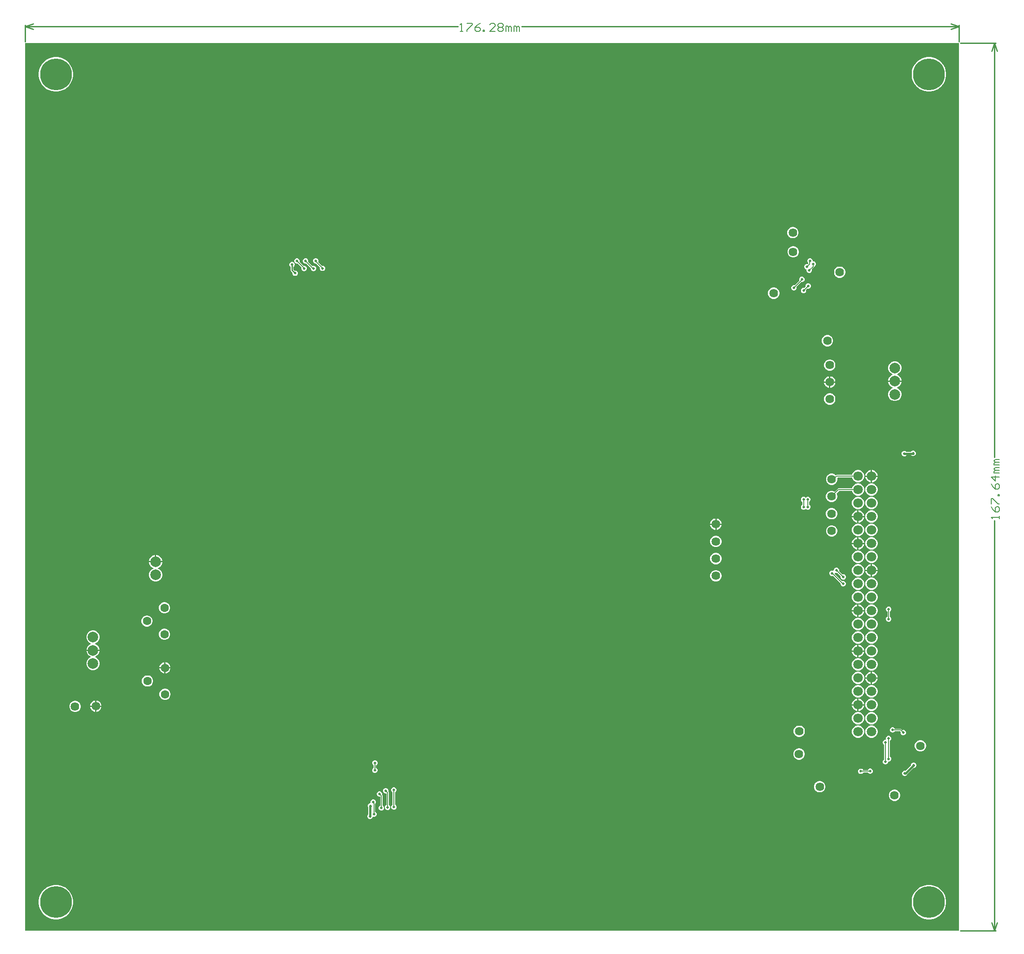
<source format=gbl>
G04*
G04 #@! TF.GenerationSoftware,Altium Limited,Altium Designer,23.2.1 (34)*
G04*
G04 Layer_Physical_Order=2*
G04 Layer_Color=16711680*
%FSLAX25Y25*%
%MOIN*%
G70*
G04*
G04 #@! TF.SameCoordinates,342CFCC0-3008-4232-B3F0-62073F027D76*
G04*
G04*
G04 #@! TF.FilePolarity,Positive*
G04*
G01*
G75*
%ADD12C,0.01000*%
%ADD15C,0.00600*%
%ADD78C,0.01500*%
%ADD80C,0.00700*%
%ADD85C,0.23622*%
%ADD86C,0.06400*%
%ADD87C,0.07087*%
%ADD88C,0.07874*%
%ADD89C,0.06299*%
%ADD90C,0.01968*%
G36*
X750000D02*
X56000D01*
Y660000D01*
X750000D01*
Y0D01*
D02*
G37*
%LPC*%
G36*
X728708Y649511D02*
X726692D01*
X724700Y649196D01*
X722782Y648572D01*
X720986Y647657D01*
X719354Y646472D01*
X717928Y645046D01*
X716743Y643414D01*
X715828Y641618D01*
X715204Y639700D01*
X714889Y637708D01*
Y635692D01*
X715204Y633700D01*
X715828Y631782D01*
X716743Y629986D01*
X717928Y628354D01*
X719354Y626928D01*
X720986Y625743D01*
X722782Y624828D01*
X724700Y624204D01*
X726692Y623889D01*
X728708D01*
X730700Y624204D01*
X732618Y624828D01*
X734414Y625743D01*
X736046Y626928D01*
X737472Y628354D01*
X738657Y629986D01*
X739572Y631782D01*
X740196Y633700D01*
X740511Y635692D01*
Y637708D01*
X740196Y639700D01*
X739572Y641618D01*
X738657Y643414D01*
X737472Y645046D01*
X736046Y646472D01*
X734414Y647657D01*
X732618Y648572D01*
X730700Y649196D01*
X728708Y649511D01*
D02*
G37*
G36*
X79908D02*
X77892D01*
X75900Y649196D01*
X73982Y648572D01*
X72186Y647657D01*
X70554Y646472D01*
X69128Y645046D01*
X67943Y643414D01*
X67028Y641618D01*
X66404Y639700D01*
X66089Y637708D01*
Y635692D01*
X66404Y633700D01*
X67028Y631782D01*
X67943Y629986D01*
X69128Y628354D01*
X70554Y626928D01*
X72186Y625743D01*
X73982Y624828D01*
X75900Y624204D01*
X77892Y623889D01*
X79908D01*
X81900Y624204D01*
X83818Y624828D01*
X85614Y625743D01*
X87246Y626928D01*
X88672Y628354D01*
X89857Y629986D01*
X90772Y631782D01*
X91396Y633700D01*
X91711Y635692D01*
Y637708D01*
X91396Y639700D01*
X90772Y641618D01*
X89857Y643414D01*
X88672Y645046D01*
X87246Y646472D01*
X85614Y647657D01*
X83818Y648572D01*
X81900Y649196D01*
X79908Y649511D01*
D02*
G37*
G36*
X627128Y523196D02*
X626022D01*
X624954Y522910D01*
X623996Y522357D01*
X623214Y521575D01*
X622661Y520617D01*
X622375Y519549D01*
Y518443D01*
X622661Y517375D01*
X623214Y516417D01*
X623996Y515635D01*
X624954Y515082D01*
X626022Y514796D01*
X627128D01*
X628196Y515082D01*
X629154Y515635D01*
X629936Y516417D01*
X630489Y517375D01*
X630775Y518443D01*
Y519549D01*
X630489Y520617D01*
X629936Y521575D01*
X629154Y522357D01*
X628196Y522910D01*
X627128Y523196D01*
D02*
G37*
G36*
X627423Y508924D02*
X626317D01*
X625249Y508638D01*
X624291Y508085D01*
X623509Y507303D01*
X622956Y506346D01*
X622670Y505277D01*
Y504172D01*
X622956Y503103D01*
X623509Y502146D01*
X624291Y501364D01*
X625249Y500811D01*
X626317Y500524D01*
X627423D01*
X628491Y500811D01*
X629449Y501364D01*
X630231Y502146D01*
X630784Y503103D01*
X631070Y504172D01*
Y505277D01*
X630784Y506346D01*
X630231Y507303D01*
X629449Y508085D01*
X628491Y508638D01*
X627423Y508924D01*
D02*
G37*
G36*
X639666Y499917D02*
X638877D01*
X638148Y499615D01*
X637590Y499057D01*
X637287Y498328D01*
Y497538D01*
X637590Y496809D01*
X638148Y496251D01*
X637965Y495785D01*
X637633Y495454D01*
X637376Y495560D01*
X636587D01*
X635857Y495258D01*
X635299Y494700D01*
X634997Y493970D01*
Y493181D01*
X635299Y492452D01*
X635857Y491894D01*
X636587Y491592D01*
X636627D01*
X636795Y491340D01*
Y490550D01*
X637097Y489821D01*
X637655Y489263D01*
X638385Y488961D01*
X639174D01*
X639903Y489263D01*
X640462Y489821D01*
X640764Y490550D01*
Y491340D01*
X640657Y491597D01*
X642207Y493147D01*
X642395Y493428D01*
X642447Y493686D01*
X642961Y493899D01*
X643519Y494458D01*
X643822Y495187D01*
Y495976D01*
X643519Y496705D01*
X642961Y497264D01*
X642232Y497566D01*
X641443D01*
X641256Y498028D01*
Y498328D01*
X640954Y499057D01*
X640396Y499615D01*
X639666Y499917D01*
D02*
G37*
G36*
X272395Y499984D02*
X271605D01*
X270876Y499682D01*
X270318Y499124D01*
X270016Y498395D01*
Y497605D01*
X270318Y496876D01*
X270876Y496318D01*
X271605Y496016D01*
X272395D01*
X272455Y496041D01*
X275204Y493292D01*
X275016Y492838D01*
Y492048D01*
X275318Y491319D01*
X275876Y490761D01*
X276605Y490459D01*
X277395D01*
X278124Y490761D01*
X278682Y491319D01*
X278984Y492048D01*
Y492838D01*
X278682Y493567D01*
X278124Y494125D01*
X277395Y494427D01*
X276605D01*
X276545Y494402D01*
X273796Y497151D01*
X273984Y497605D01*
Y498395D01*
X273682Y499124D01*
X273124Y499682D01*
X272395Y499984D01*
D02*
G37*
G36*
X258466Y499896D02*
X257676D01*
X256947Y499594D01*
X256389Y499035D01*
X256087Y498306D01*
Y497517D01*
X256389Y496787D01*
X256947Y496229D01*
X257676Y495927D01*
X258466D01*
X258661Y496008D01*
X261534Y493135D01*
X261402Y492816D01*
Y492027D01*
X261704Y491297D01*
X262262Y490739D01*
X262991Y490437D01*
X263780D01*
X264510Y490739D01*
X265068Y491297D01*
X265370Y492027D01*
Y492816D01*
X265068Y493545D01*
X264510Y494103D01*
X263780Y494406D01*
X262991D01*
X262796Y494325D01*
X259923Y497197D01*
X260055Y497517D01*
Y498306D01*
X259753Y499035D01*
X259195Y499594D01*
X258466Y499896D01*
D02*
G37*
G36*
X264895D02*
X264105D01*
X263376Y499594D01*
X262818Y499035D01*
X262516Y498306D01*
Y497517D01*
X262818Y496787D01*
X263376Y496229D01*
X264105Y495927D01*
X264895D01*
X265084Y496005D01*
X268416Y492673D01*
Y492005D01*
X268718Y491276D01*
X269276Y490718D01*
X270005Y490416D01*
X270795D01*
X271524Y490718D01*
X272082Y491276D01*
X272384Y492005D01*
Y492795D01*
X272082Y493524D01*
X271524Y494082D01*
X270795Y494384D01*
X270005D01*
X269405Y494136D01*
X266349Y497191D01*
X266484Y497517D01*
Y498306D01*
X266182Y499035D01*
X265624Y499594D01*
X264895Y499896D01*
D02*
G37*
G36*
X254824Y497161D02*
X254034D01*
X253305Y496859D01*
X252747Y496301D01*
X252445Y495572D01*
Y494782D01*
X252747Y494053D01*
X253305Y493495D01*
X253410Y493452D01*
X253410Y491043D01*
X253487Y490653D01*
X253598Y490487D01*
X253708Y490322D01*
X253708Y490322D01*
X254752Y489279D01*
X254709Y489174D01*
Y488385D01*
X255011Y487655D01*
X255569Y487097D01*
X256298Y486795D01*
X257088D01*
X257817Y487097D01*
X258375Y487655D01*
X258677Y488385D01*
Y489174D01*
X258375Y489903D01*
X257817Y490462D01*
X257088Y490764D01*
X256298D01*
X256194Y490721D01*
X255449Y491466D01*
X255449Y493452D01*
X255553Y493495D01*
X256111Y494053D01*
X256413Y494782D01*
Y495572D01*
X256111Y496301D01*
X255553Y496859D01*
X254824Y497161D01*
D02*
G37*
G36*
X661970Y493767D02*
X660864D01*
X659796Y493481D01*
X658839Y492928D01*
X658056Y492146D01*
X657504Y491188D01*
X657217Y490120D01*
Y489014D01*
X657504Y487946D01*
X658056Y486988D01*
X658839Y486206D01*
X659796Y485653D01*
X660864Y485367D01*
X661970D01*
X663038Y485653D01*
X663996Y486206D01*
X664778Y486988D01*
X665331Y487946D01*
X665617Y489014D01*
Y490120D01*
X665331Y491188D01*
X664778Y492146D01*
X663996Y492928D01*
X663038Y493481D01*
X661970Y493767D01*
D02*
G37*
G36*
X633662Y486138D02*
X632873D01*
X632144Y485836D01*
X631586Y485278D01*
X631284Y484548D01*
Y483759D01*
X631433Y483397D01*
X627910Y479874D01*
X627757Y479937D01*
X626967D01*
X626238Y479635D01*
X625680Y479077D01*
X625378Y478347D01*
Y477558D01*
X625680Y476829D01*
X626238Y476271D01*
X626967Y475969D01*
X627757D01*
X628486Y476271D01*
X629044Y476829D01*
X629347Y477558D01*
Y478347D01*
X629197Y478709D01*
X632720Y482233D01*
X632873Y482169D01*
X633662D01*
X634392Y482471D01*
X634950Y483030D01*
X635252Y483759D01*
Y484548D01*
X634950Y485278D01*
X634392Y485836D01*
X633662Y486138D01*
D02*
G37*
G36*
X638316Y481340D02*
X637527D01*
X636798Y481038D01*
X636239Y480480D01*
X635937Y479750D01*
Y478961D01*
X636058Y478670D01*
X635166Y477777D01*
X634942Y477870D01*
X634153D01*
X633423Y477568D01*
X632865Y477010D01*
X632563Y476280D01*
Y475491D01*
X632865Y474762D01*
X633423Y474204D01*
X634153Y473902D01*
X634942D01*
X635671Y474204D01*
X636229Y474762D01*
X636531Y475491D01*
Y476280D01*
X636411Y476572D01*
X637303Y477464D01*
X637527Y477372D01*
X638316D01*
X639046Y477674D01*
X639604Y478232D01*
X639906Y478961D01*
Y479750D01*
X639604Y480480D01*
X639046Y481038D01*
X638316Y481340D01*
D02*
G37*
G36*
X612955Y478117D02*
X611849D01*
X610780Y477831D01*
X609823Y477278D01*
X609041Y476496D01*
X608488Y475538D01*
X608202Y474470D01*
Y473364D01*
X608488Y472296D01*
X609041Y471339D01*
X609823Y470556D01*
X610780Y470004D01*
X611849Y469717D01*
X612955D01*
X614023Y470004D01*
X614980Y470556D01*
X615762Y471339D01*
X616315Y472296D01*
X616602Y473364D01*
Y474470D01*
X616315Y475538D01*
X615762Y476496D01*
X614980Y477278D01*
X614023Y477831D01*
X612955Y478117D01*
D02*
G37*
G36*
X652817Y442783D02*
X651711D01*
X650643Y442496D01*
X649685Y441944D01*
X648903Y441161D01*
X648350Y440204D01*
X648064Y439136D01*
Y438030D01*
X648350Y436962D01*
X648903Y436004D01*
X649685Y435222D01*
X650643Y434669D01*
X651711Y434383D01*
X652817D01*
X653885Y434669D01*
X654843Y435222D01*
X655625Y436004D01*
X656178Y436962D01*
X656464Y438030D01*
Y439136D01*
X656178Y440204D01*
X655625Y441161D01*
X654843Y441944D01*
X653885Y442496D01*
X652817Y442783D01*
D02*
G37*
G36*
X654553Y424700D02*
X653447D01*
X652379Y424414D01*
X651421Y423861D01*
X650639Y423079D01*
X650086Y422121D01*
X649800Y421053D01*
Y419947D01*
X650086Y418879D01*
X650639Y417921D01*
X651421Y417139D01*
X652379Y416586D01*
X653447Y416300D01*
X654553D01*
X655621Y416586D01*
X656579Y417139D01*
X657361Y417921D01*
X657914Y418879D01*
X658200Y419947D01*
Y421053D01*
X657914Y422121D01*
X657361Y423079D01*
X656579Y423861D01*
X655621Y424414D01*
X654553Y424700D01*
D02*
G37*
G36*
X703012Y423343D02*
X701712D01*
X700457Y423006D01*
X699331Y422356D01*
X698412Y421437D01*
X697762Y420311D01*
X697425Y419056D01*
Y417756D01*
X697762Y416500D01*
X698412Y415374D01*
X699331Y414455D01*
X700457Y413805D01*
X700720Y413734D01*
Y413234D01*
X700457Y413164D01*
X699331Y412514D01*
X698412Y411594D01*
X697762Y410469D01*
X697425Y409213D01*
Y409063D01*
X702362D01*
X707299D01*
Y409213D01*
X706963Y410469D01*
X706313Y411594D01*
X705394Y412514D01*
X704268Y413164D01*
X704004Y413234D01*
Y413734D01*
X704268Y413805D01*
X705394Y414455D01*
X706313Y415374D01*
X706963Y416500D01*
X707299Y417756D01*
Y419056D01*
X706963Y420311D01*
X706313Y421437D01*
X705394Y422356D01*
X704268Y423006D01*
X703012Y423343D01*
D02*
G37*
G36*
X654553Y412100D02*
X654500D01*
Y408400D01*
X658200D01*
Y408453D01*
X657914Y409521D01*
X657361Y410479D01*
X656579Y411261D01*
X655621Y411814D01*
X654553Y412100D01*
D02*
G37*
G36*
X653500D02*
X653447D01*
X652379Y411814D01*
X651421Y411261D01*
X650639Y410479D01*
X650086Y409521D01*
X649800Y408453D01*
Y408400D01*
X653500D01*
Y412100D01*
D02*
G37*
G36*
X658200Y407400D02*
X654500D01*
Y403700D01*
X654553D01*
X655621Y403986D01*
X656579Y404539D01*
X657361Y405321D01*
X657914Y406279D01*
X658200Y407347D01*
Y407400D01*
D02*
G37*
G36*
X653500D02*
X649800D01*
Y407347D01*
X650086Y406279D01*
X650639Y405321D01*
X651421Y404539D01*
X652379Y403986D01*
X653447Y403700D01*
X653500D01*
Y407400D01*
D02*
G37*
G36*
X707299Y408063D02*
X702362D01*
X697425D01*
Y407913D01*
X697762Y406657D01*
X698412Y405532D01*
X699331Y404612D01*
X700457Y403962D01*
X700720Y403892D01*
Y403392D01*
X700457Y403321D01*
X699331Y402671D01*
X698412Y401752D01*
X697762Y400626D01*
X697425Y399370D01*
Y398071D01*
X697762Y396815D01*
X698412Y395689D01*
X699331Y394770D01*
X700457Y394120D01*
X701712Y393783D01*
X703012D01*
X704268Y394120D01*
X705394Y394770D01*
X706313Y395689D01*
X706963Y396815D01*
X707299Y398071D01*
Y399370D01*
X706963Y400626D01*
X706313Y401752D01*
X705394Y402671D01*
X704268Y403321D01*
X704004Y403392D01*
Y403892D01*
X704268Y403962D01*
X705394Y404612D01*
X706313Y405532D01*
X706963Y406657D01*
X707299Y407913D01*
Y408063D01*
D02*
G37*
G36*
X654553Y399500D02*
X653447D01*
X652379Y399214D01*
X651421Y398661D01*
X650639Y397879D01*
X650086Y396921D01*
X649800Y395853D01*
Y394747D01*
X650086Y393679D01*
X650639Y392721D01*
X651421Y391939D01*
X652379Y391386D01*
X653447Y391100D01*
X654553D01*
X655621Y391386D01*
X656579Y391939D01*
X657361Y392721D01*
X657914Y393679D01*
X658200Y394747D01*
Y395853D01*
X657914Y396921D01*
X657361Y397879D01*
X656579Y398661D01*
X655621Y399214D01*
X654553Y399500D01*
D02*
G37*
G36*
X716340Y356784D02*
X715550D01*
X714821Y356482D01*
X714363Y356025D01*
X710982D01*
X710624Y356382D01*
X709895Y356684D01*
X709105D01*
X708376Y356382D01*
X707818Y355824D01*
X707516Y355095D01*
Y354305D01*
X707818Y353576D01*
X708376Y353018D01*
X709105Y352716D01*
X709895D01*
X710624Y353018D01*
X711082Y353475D01*
X714463D01*
X714821Y353118D01*
X715550Y352816D01*
X716340D01*
X717069Y353118D01*
X717627Y353676D01*
X717929Y354405D01*
Y355195D01*
X717627Y355924D01*
X717069Y356482D01*
X716340Y356784D01*
D02*
G37*
G36*
X675637Y342476D02*
X674441D01*
X673286Y342167D01*
X672250Y341569D01*
X671404Y340723D01*
X670806Y339687D01*
X670568Y338800D01*
X659188D01*
X658856Y338734D01*
X658575Y338546D01*
X658539Y338510D01*
X658075Y338975D01*
X657117Y339528D01*
X656049Y339814D01*
X654943D01*
X653875Y339528D01*
X652917Y338975D01*
X652135Y338193D01*
X651582Y337235D01*
X651296Y336167D01*
Y335061D01*
X651582Y333993D01*
X652135Y333035D01*
X652917Y332253D01*
X653875Y331700D01*
X654943Y331414D01*
X656049D01*
X657117Y331700D01*
X658075Y332253D01*
X658857Y333035D01*
X659410Y333993D01*
X659696Y335061D01*
Y336167D01*
X659589Y336566D01*
X659973Y337066D01*
X670568D01*
X670806Y336179D01*
X671404Y335143D01*
X672250Y334297D01*
X673286Y333699D01*
X674441Y333390D01*
X675637D01*
X676793Y333699D01*
X677829Y334297D01*
X678675Y335143D01*
X679273Y336179D01*
X679583Y337335D01*
Y338531D01*
X679273Y339687D01*
X678675Y340723D01*
X677829Y341569D01*
X676793Y342167D01*
X675637Y342476D01*
D02*
G37*
G36*
X685638D02*
X685539D01*
Y338433D01*
X689583D01*
Y338531D01*
X689273Y339687D01*
X688675Y340723D01*
X687829Y341569D01*
X686793Y342167D01*
X685638Y342476D01*
D02*
G37*
G36*
X684539D02*
X684441D01*
X683286Y342167D01*
X682250Y341569D01*
X681404Y340723D01*
X680806Y339687D01*
X680496Y338531D01*
Y338433D01*
X684539D01*
Y342476D01*
D02*
G37*
G36*
X689583Y337433D02*
X685539D01*
Y333390D01*
X685638D01*
X686793Y333699D01*
X687829Y334297D01*
X688675Y335143D01*
X689273Y336179D01*
X689583Y337335D01*
Y337433D01*
D02*
G37*
G36*
X684539D02*
X680496D01*
Y337335D01*
X680806Y336179D01*
X681404Y335143D01*
X682250Y334297D01*
X683286Y333699D01*
X684441Y333390D01*
X684539D01*
Y337433D01*
D02*
G37*
G36*
X685638Y332476D02*
X684441D01*
X683286Y332167D01*
X682250Y331569D01*
X681404Y330723D01*
X680806Y329687D01*
X680496Y328531D01*
Y327335D01*
X680806Y326179D01*
X681404Y325143D01*
X682250Y324297D01*
X683286Y323699D01*
X684441Y323390D01*
X685638D01*
X686793Y323699D01*
X687829Y324297D01*
X688675Y325143D01*
X689273Y326179D01*
X689583Y327335D01*
Y328531D01*
X689273Y329687D01*
X688675Y330723D01*
X687829Y331569D01*
X686793Y332167D01*
X685638Y332476D01*
D02*
G37*
G36*
X675637D02*
X674441D01*
X673286Y332167D01*
X672250Y331569D01*
X671404Y330723D01*
X670806Y329687D01*
X670568Y328800D01*
X660521D01*
X660189Y328734D01*
X659908Y328546D01*
X657694Y326331D01*
X657017Y326722D01*
X655949Y327008D01*
X654843D01*
X653775Y326722D01*
X652817Y326169D01*
X652035Y325387D01*
X651482Y324429D01*
X651196Y323361D01*
Y322255D01*
X651482Y321187D01*
X652035Y320229D01*
X652817Y319447D01*
X653775Y318895D01*
X654843Y318608D01*
X655949D01*
X657017Y318895D01*
X657975Y319447D01*
X658757Y320229D01*
X659310Y321187D01*
X659596Y322255D01*
Y323361D01*
X659310Y324429D01*
X658919Y325106D01*
X660880Y327066D01*
X670568D01*
X670806Y326179D01*
X671404Y325143D01*
X672250Y324297D01*
X673286Y323699D01*
X674441Y323390D01*
X675637D01*
X676793Y323699D01*
X677829Y324297D01*
X678675Y325143D01*
X679273Y326179D01*
X679583Y327335D01*
Y328531D01*
X679273Y329687D01*
X678675Y330723D01*
X677829Y331569D01*
X676793Y332167D01*
X675637Y332476D01*
D02*
G37*
G36*
X638092Y322555D02*
X637302D01*
X636573Y322253D01*
X636073Y321753D01*
X635671Y322155D01*
X634942Y322457D01*
X634153D01*
X633423Y322155D01*
X632865Y321596D01*
X632563Y320867D01*
Y320078D01*
X632865Y319349D01*
X633423Y318790D01*
X633681Y318684D01*
Y316651D01*
X633423Y316544D01*
X632865Y315986D01*
X632563Y315257D01*
Y314468D01*
X632865Y313738D01*
X633423Y313180D01*
X634153Y312878D01*
X634942D01*
X635671Y313180D01*
X635927Y313436D01*
X636607Y313442D01*
X636671Y313377D01*
X637401Y313075D01*
X638190D01*
X638919Y313377D01*
X639477Y313935D01*
X639780Y314664D01*
Y315454D01*
X639477Y316183D01*
X638919Y316741D01*
X638613Y316868D01*
Y318802D01*
X638821Y318889D01*
X639379Y319447D01*
X639681Y320176D01*
Y320966D01*
X639379Y321695D01*
X638821Y322253D01*
X638092Y322555D01*
D02*
G37*
G36*
X685638Y322476D02*
X684441D01*
X683286Y322167D01*
X682250Y321569D01*
X681404Y320723D01*
X680806Y319687D01*
X680496Y318531D01*
Y317335D01*
X680806Y316179D01*
X681404Y315143D01*
X682250Y314298D01*
X683286Y313699D01*
X684441Y313390D01*
X685638D01*
X686793Y313699D01*
X687829Y314298D01*
X688675Y315143D01*
X689273Y316179D01*
X689583Y317335D01*
Y318531D01*
X689273Y319687D01*
X688675Y320723D01*
X687829Y321569D01*
X686793Y322167D01*
X685638Y322476D01*
D02*
G37*
G36*
X675637D02*
X674441D01*
X673286Y322167D01*
X672250Y321569D01*
X671404Y320723D01*
X670806Y319687D01*
X670496Y318531D01*
Y317335D01*
X670806Y316179D01*
X671404Y315143D01*
X672250Y314298D01*
X673286Y313699D01*
X674441Y313390D01*
X675637D01*
X676793Y313699D01*
X677829Y314298D01*
X678675Y315143D01*
X679273Y316179D01*
X679583Y317335D01*
Y318531D01*
X679273Y319687D01*
X678675Y320723D01*
X677829Y321569D01*
X676793Y322167D01*
X675637Y322476D01*
D02*
G37*
G36*
Y312476D02*
X675539D01*
Y308433D01*
X679583D01*
Y308531D01*
X679273Y309687D01*
X678675Y310723D01*
X677829Y311569D01*
X676793Y312167D01*
X675637Y312476D01*
D02*
G37*
G36*
X674539D02*
X674441D01*
X673286Y312167D01*
X672250Y311569D01*
X671404Y310723D01*
X670806Y309687D01*
X670496Y308531D01*
Y308433D01*
X674539D01*
Y312476D01*
D02*
G37*
G36*
X655949Y314202D02*
X654843D01*
X653775Y313916D01*
X652817Y313363D01*
X652035Y312581D01*
X651482Y311624D01*
X651196Y310555D01*
Y309450D01*
X651482Y308381D01*
X652035Y307424D01*
X652817Y306642D01*
X653775Y306089D01*
X654843Y305802D01*
X655949D01*
X657017Y306089D01*
X657975Y306642D01*
X658757Y307424D01*
X659310Y308381D01*
X659596Y309450D01*
Y310555D01*
X659310Y311624D01*
X658757Y312581D01*
X657975Y313363D01*
X657017Y313916D01*
X655949Y314202D01*
D02*
G37*
G36*
X685638Y312476D02*
X684441D01*
X683286Y312167D01*
X682250Y311569D01*
X681404Y310723D01*
X680806Y309687D01*
X680496Y308531D01*
Y307335D01*
X680806Y306179D01*
X681404Y305143D01*
X682250Y304297D01*
X683286Y303699D01*
X684441Y303390D01*
X685638D01*
X686793Y303699D01*
X687829Y304297D01*
X688675Y305143D01*
X689273Y306179D01*
X689583Y307335D01*
Y308531D01*
X689273Y309687D01*
X688675Y310723D01*
X687829Y311569D01*
X686793Y312167D01*
X685638Y312476D01*
D02*
G37*
G36*
X679583Y307433D02*
X675539D01*
Y303390D01*
X675637D01*
X676793Y303699D01*
X677829Y304297D01*
X678675Y305143D01*
X679273Y306179D01*
X679583Y307335D01*
Y307433D01*
D02*
G37*
G36*
X674539D02*
X670496D01*
Y307335D01*
X670806Y306179D01*
X671404Y305143D01*
X672250Y304297D01*
X673286Y303699D01*
X674441Y303390D01*
X674539D01*
Y307433D01*
D02*
G37*
G36*
X569953Y306400D02*
X569900D01*
Y302700D01*
X573600D01*
Y302753D01*
X573314Y303821D01*
X572761Y304779D01*
X571979Y305561D01*
X571021Y306114D01*
X569953Y306400D01*
D02*
G37*
G36*
X568900D02*
X568847D01*
X567779Y306114D01*
X566821Y305561D01*
X566039Y304779D01*
X565486Y303821D01*
X565200Y302753D01*
Y302700D01*
X568900D01*
Y306400D01*
D02*
G37*
G36*
X573600Y301700D02*
X569900D01*
Y298000D01*
X569953D01*
X571021Y298286D01*
X571979Y298839D01*
X572761Y299621D01*
X573314Y300579D01*
X573600Y301647D01*
Y301700D01*
D02*
G37*
G36*
X568900D02*
X565200D01*
Y301647D01*
X565486Y300579D01*
X566039Y299621D01*
X566821Y298839D01*
X567779Y298286D01*
X568847Y298000D01*
X568900D01*
Y301700D01*
D02*
G37*
G36*
X685638Y302476D02*
X684441D01*
X683286Y302167D01*
X682250Y301569D01*
X681404Y300723D01*
X680806Y299687D01*
X680496Y298531D01*
Y297335D01*
X680806Y296179D01*
X681404Y295143D01*
X682250Y294298D01*
X683286Y293699D01*
X684441Y293390D01*
X685638D01*
X686793Y293699D01*
X687829Y294298D01*
X688675Y295143D01*
X689273Y296179D01*
X689583Y297335D01*
Y298531D01*
X689273Y299687D01*
X688675Y300723D01*
X687829Y301569D01*
X686793Y302167D01*
X685638Y302476D01*
D02*
G37*
G36*
X675637D02*
X674441D01*
X673286Y302167D01*
X672250Y301569D01*
X671404Y300723D01*
X670806Y299687D01*
X670496Y298531D01*
Y297335D01*
X670806Y296179D01*
X671404Y295143D01*
X672250Y294298D01*
X673286Y293699D01*
X674441Y293390D01*
X675637D01*
X676793Y293699D01*
X677829Y294298D01*
X678675Y295143D01*
X679273Y296179D01*
X679583Y297335D01*
Y298531D01*
X679273Y299687D01*
X678675Y300723D01*
X677829Y301569D01*
X676793Y302167D01*
X675637Y302476D01*
D02*
G37*
G36*
X656045Y301397D02*
X654940D01*
X653871Y301110D01*
X652914Y300557D01*
X652132Y299776D01*
X651579Y298818D01*
X651293Y297749D01*
Y296644D01*
X651579Y295575D01*
X652132Y294618D01*
X652914Y293836D01*
X653871Y293283D01*
X654940Y292997D01*
X656045D01*
X657114Y293283D01*
X658071Y293836D01*
X658853Y294618D01*
X659406Y295575D01*
X659692Y296644D01*
Y297749D01*
X659406Y298818D01*
X658853Y299776D01*
X658071Y300557D01*
X657114Y301110D01*
X656045Y301397D01*
D02*
G37*
G36*
X675637Y292476D02*
X675539D01*
Y288433D01*
X679583D01*
Y288531D01*
X679273Y289687D01*
X678675Y290723D01*
X677829Y291569D01*
X676793Y292167D01*
X675637Y292476D01*
D02*
G37*
G36*
X674539D02*
X674441D01*
X673286Y292167D01*
X672250Y291569D01*
X671404Y290723D01*
X670806Y289687D01*
X670496Y288531D01*
Y288433D01*
X674539D01*
Y292476D01*
D02*
G37*
G36*
X569953Y293594D02*
X568847D01*
X567779Y293308D01*
X566821Y292755D01*
X566039Y291973D01*
X565486Y291015D01*
X565200Y289947D01*
Y288841D01*
X565486Y287773D01*
X566039Y286815D01*
X566821Y286033D01*
X567779Y285480D01*
X568847Y285194D01*
X569953D01*
X571021Y285480D01*
X571979Y286033D01*
X572761Y286815D01*
X573314Y287773D01*
X573600Y288841D01*
Y289947D01*
X573314Y291015D01*
X572761Y291973D01*
X571979Y292755D01*
X571021Y293308D01*
X569953Y293594D01*
D02*
G37*
G36*
X685638Y292476D02*
X684441D01*
X683286Y292167D01*
X682250Y291569D01*
X681404Y290723D01*
X680806Y289687D01*
X680496Y288531D01*
Y287335D01*
X680806Y286179D01*
X681404Y285143D01*
X682250Y284297D01*
X683286Y283699D01*
X684441Y283390D01*
X685638D01*
X686793Y283699D01*
X687829Y284297D01*
X688675Y285143D01*
X689273Y286179D01*
X689583Y287335D01*
Y288531D01*
X689273Y289687D01*
X688675Y290723D01*
X687829Y291569D01*
X686793Y292167D01*
X685638Y292476D01*
D02*
G37*
G36*
X679583Y287433D02*
X675539D01*
Y283390D01*
X675637D01*
X676793Y283699D01*
X677829Y284297D01*
X678675Y285143D01*
X679273Y286179D01*
X679583Y287335D01*
Y287433D01*
D02*
G37*
G36*
X674539D02*
X670496D01*
Y287335D01*
X670806Y286179D01*
X671404Y285143D01*
X672250Y284297D01*
X673286Y283699D01*
X674441Y283390D01*
X674539D01*
Y287433D01*
D02*
G37*
G36*
X153650Y279279D02*
X153500D01*
Y274843D01*
X157937D01*
Y274992D01*
X157601Y276248D01*
X156951Y277374D01*
X156031Y278293D01*
X154906Y278943D01*
X153650Y279279D01*
D02*
G37*
G36*
X152500D02*
X152350D01*
X151094Y278943D01*
X149969Y278293D01*
X149049Y277374D01*
X148399Y276248D01*
X148063Y274992D01*
Y274843D01*
X152500D01*
Y279279D01*
D02*
G37*
G36*
X685638Y282476D02*
X684441D01*
X683286Y282167D01*
X682250Y281569D01*
X681404Y280723D01*
X680806Y279687D01*
X680496Y278531D01*
Y277335D01*
X680806Y276179D01*
X681404Y275143D01*
X682250Y274297D01*
X683286Y273699D01*
X684441Y273390D01*
X685638D01*
X686793Y273699D01*
X687829Y274297D01*
X688675Y275143D01*
X689273Y276179D01*
X689583Y277335D01*
Y278531D01*
X689273Y279687D01*
X688675Y280723D01*
X687829Y281569D01*
X686793Y282167D01*
X685638Y282476D01*
D02*
G37*
G36*
X675637D02*
X674441D01*
X673286Y282167D01*
X672250Y281569D01*
X671404Y280723D01*
X670806Y279687D01*
X670496Y278531D01*
Y277335D01*
X670806Y276179D01*
X671404Y275143D01*
X672250Y274297D01*
X673286Y273699D01*
X674441Y273390D01*
X675637D01*
X676793Y273699D01*
X677829Y274297D01*
X678675Y275143D01*
X679273Y276179D01*
X679583Y277335D01*
Y278531D01*
X679273Y279687D01*
X678675Y280723D01*
X677829Y281569D01*
X676793Y282167D01*
X675637Y282476D01*
D02*
G37*
G36*
X569953Y280788D02*
X568847D01*
X567779Y280502D01*
X566821Y279949D01*
X566039Y279167D01*
X565486Y278209D01*
X565200Y277141D01*
Y276035D01*
X565486Y274967D01*
X566039Y274009D01*
X566821Y273227D01*
X567779Y272674D01*
X568847Y272388D01*
X569953D01*
X571021Y272674D01*
X571979Y273227D01*
X572761Y274009D01*
X573314Y274967D01*
X573600Y276035D01*
Y277141D01*
X573314Y278209D01*
X572761Y279167D01*
X571979Y279949D01*
X571021Y280502D01*
X569953Y280788D01*
D02*
G37*
G36*
X685638Y272476D02*
X685539D01*
Y268433D01*
X689583D01*
Y268531D01*
X689273Y269687D01*
X688675Y270723D01*
X687829Y271569D01*
X686793Y272167D01*
X685638Y272476D01*
D02*
G37*
G36*
X684539D02*
X684441D01*
X683286Y272167D01*
X682250Y271569D01*
X681404Y270723D01*
X680806Y269687D01*
X680496Y268531D01*
Y268433D01*
X684539D01*
Y272476D01*
D02*
G37*
G36*
X659351Y269898D02*
X658562D01*
X657833Y269596D01*
X657274Y269037D01*
X656972Y268308D01*
Y267787D01*
X656489Y267480D01*
X655995Y267684D01*
X655205D01*
X654476Y267382D01*
X653918Y266824D01*
X653616Y266095D01*
Y265305D01*
X653918Y264576D01*
X654476Y264018D01*
X655205Y263716D01*
X655995D01*
X656481Y263917D01*
X662004Y258395D01*
X661992Y258367D01*
Y257578D01*
X662294Y256849D01*
X662852Y256290D01*
X663582Y255988D01*
X664371D01*
X665100Y256290D01*
X665659Y256849D01*
X665961Y257578D01*
Y258367D01*
X665659Y259096D01*
X665100Y259655D01*
X664371Y259957D01*
X663582D01*
X663095Y259755D01*
X657573Y265277D01*
X657584Y265305D01*
Y265826D01*
X658068Y266134D01*
X658562Y265929D01*
X659351D01*
X659609Y266036D01*
X662209Y263435D01*
X662189Y263387D01*
Y262597D01*
X662491Y261868D01*
X663049Y261310D01*
X663778Y261008D01*
X664568D01*
X665297Y261310D01*
X665855Y261868D01*
X666157Y262597D01*
Y263387D01*
X665855Y264116D01*
X665297Y264674D01*
X664568Y264976D01*
X663778D01*
X663312Y264783D01*
X660834Y267261D01*
X660941Y267519D01*
Y268308D01*
X660639Y269037D01*
X660081Y269596D01*
X659351Y269898D01*
D02*
G37*
G36*
X689583Y267433D02*
X685539D01*
Y263390D01*
X685638D01*
X686793Y263699D01*
X687829Y264298D01*
X688675Y265143D01*
X689273Y266179D01*
X689583Y267335D01*
Y267433D01*
D02*
G37*
G36*
X684539D02*
X680496D01*
Y267335D01*
X680806Y266179D01*
X681404Y265143D01*
X682250Y264298D01*
X683286Y263699D01*
X684441Y263390D01*
X684539D01*
Y267433D01*
D02*
G37*
G36*
X675637Y272476D02*
X674441D01*
X673286Y272167D01*
X672250Y271569D01*
X671404Y270723D01*
X670806Y269687D01*
X670496Y268531D01*
Y267335D01*
X670806Y266179D01*
X671404Y265143D01*
X672250Y264298D01*
X673286Y263699D01*
X674441Y263390D01*
X675637D01*
X676793Y263699D01*
X677829Y264298D01*
X678675Y265143D01*
X679273Y266179D01*
X679583Y267335D01*
Y268531D01*
X679273Y269687D01*
X678675Y270723D01*
X677829Y271569D01*
X676793Y272167D01*
X675637Y272476D01*
D02*
G37*
G36*
X569953Y267982D02*
X568847D01*
X567779Y267696D01*
X566821Y267143D01*
X566039Y266361D01*
X565486Y265404D01*
X565200Y264335D01*
Y263229D01*
X565486Y262161D01*
X566039Y261204D01*
X566821Y260422D01*
X567779Y259869D01*
X568847Y259582D01*
X569953D01*
X571021Y259869D01*
X571979Y260422D01*
X572761Y261204D01*
X573314Y262161D01*
X573600Y263229D01*
Y264335D01*
X573314Y265404D01*
X572761Y266361D01*
X571979Y267143D01*
X571021Y267696D01*
X569953Y267982D01*
D02*
G37*
G36*
X157937Y273843D02*
X153000D01*
X148063D01*
Y273692D01*
X148399Y272437D01*
X149049Y271311D01*
X149969Y270392D01*
X151094Y269742D01*
X151358Y269671D01*
Y269171D01*
X151094Y269101D01*
X149969Y268451D01*
X149049Y267531D01*
X148399Y266406D01*
X148063Y265150D01*
Y263850D01*
X148399Y262594D01*
X149049Y261469D01*
X149969Y260549D01*
X151094Y259899D01*
X152350Y259563D01*
X153650D01*
X154906Y259899D01*
X156031Y260549D01*
X156951Y261469D01*
X157601Y262594D01*
X157937Y263850D01*
Y265150D01*
X157601Y266406D01*
X156951Y267531D01*
X156031Y268451D01*
X154906Y269101D01*
X154642Y269171D01*
Y269671D01*
X154906Y269742D01*
X156031Y270392D01*
X156951Y271311D01*
X157601Y272437D01*
X157937Y273692D01*
Y273843D01*
D02*
G37*
G36*
X685638Y262476D02*
X684441D01*
X683286Y262167D01*
X682250Y261569D01*
X681404Y260723D01*
X680806Y259687D01*
X680496Y258531D01*
Y257335D01*
X680806Y256179D01*
X681404Y255143D01*
X682250Y254297D01*
X683286Y253699D01*
X684441Y253390D01*
X685638D01*
X686793Y253699D01*
X687829Y254297D01*
X688675Y255143D01*
X689273Y256179D01*
X689583Y257335D01*
Y258531D01*
X689273Y259687D01*
X688675Y260723D01*
X687829Y261569D01*
X686793Y262167D01*
X685638Y262476D01*
D02*
G37*
G36*
X675637D02*
X674441D01*
X673286Y262167D01*
X672250Y261569D01*
X671404Y260723D01*
X670806Y259687D01*
X670496Y258531D01*
Y257335D01*
X670806Y256179D01*
X671404Y255143D01*
X672250Y254297D01*
X673286Y253699D01*
X674441Y253390D01*
X675637D01*
X676793Y253699D01*
X677829Y254297D01*
X678675Y255143D01*
X679273Y256179D01*
X679583Y257335D01*
Y258531D01*
X679273Y259687D01*
X678675Y260723D01*
X677829Y261569D01*
X676793Y262167D01*
X675637Y262476D01*
D02*
G37*
G36*
X685638Y252476D02*
X684441D01*
X683286Y252167D01*
X682250Y251569D01*
X681404Y250723D01*
X680806Y249687D01*
X680496Y248531D01*
Y247335D01*
X680806Y246179D01*
X681404Y245143D01*
X682250Y244298D01*
X683286Y243699D01*
X684441Y243390D01*
X685638D01*
X686793Y243699D01*
X687829Y244298D01*
X688675Y245143D01*
X689273Y246179D01*
X689583Y247335D01*
Y248531D01*
X689273Y249687D01*
X688675Y250723D01*
X687829Y251569D01*
X686793Y252167D01*
X685638Y252476D01*
D02*
G37*
G36*
X675637D02*
X674441D01*
X673286Y252167D01*
X672250Y251569D01*
X671404Y250723D01*
X670806Y249687D01*
X670496Y248531D01*
Y247335D01*
X670806Y246179D01*
X671404Y245143D01*
X672250Y244298D01*
X673286Y243699D01*
X674441Y243390D01*
X675637D01*
X676793Y243699D01*
X677829Y244298D01*
X678675Y245143D01*
X679273Y246179D01*
X679583Y247335D01*
Y248531D01*
X679273Y249687D01*
X678675Y250723D01*
X677829Y251569D01*
X676793Y252167D01*
X675637Y252476D01*
D02*
G37*
G36*
Y242476D02*
X675539D01*
Y238433D01*
X679583D01*
Y238531D01*
X679273Y239687D01*
X678675Y240723D01*
X677829Y241569D01*
X676793Y242167D01*
X675637Y242476D01*
D02*
G37*
G36*
X674539D02*
X674441D01*
X673286Y242167D01*
X672250Y241569D01*
X671404Y240723D01*
X670806Y239687D01*
X670496Y238531D01*
Y238433D01*
X674539D01*
Y242476D01*
D02*
G37*
G36*
X160142Y244192D02*
X159050D01*
X157994Y243909D01*
X157048Y243363D01*
X156275Y242590D01*
X155729Y241644D01*
X155447Y240589D01*
Y239496D01*
X155729Y238441D01*
X156275Y237495D01*
X157048Y236722D01*
X157994Y236176D01*
X159050Y235893D01*
X160142D01*
X161198Y236176D01*
X162144Y236722D01*
X162917Y237495D01*
X163463Y238441D01*
X163746Y239496D01*
Y240589D01*
X163463Y241644D01*
X162917Y242590D01*
X162144Y243363D01*
X161198Y243909D01*
X160142Y244192D01*
D02*
G37*
G36*
X685638Y242476D02*
X684441D01*
X683286Y242167D01*
X682250Y241569D01*
X681404Y240723D01*
X680806Y239687D01*
X680496Y238531D01*
Y237335D01*
X680806Y236179D01*
X681404Y235143D01*
X682250Y234297D01*
X683286Y233699D01*
X684441Y233390D01*
X685638D01*
X686793Y233699D01*
X687829Y234297D01*
X688675Y235143D01*
X689273Y236179D01*
X689583Y237335D01*
Y238531D01*
X689273Y239687D01*
X688675Y240723D01*
X687829Y241569D01*
X686793Y242167D01*
X685638Y242476D01*
D02*
G37*
G36*
X679583Y237433D02*
X675539D01*
Y233390D01*
X675637D01*
X676793Y233699D01*
X677829Y234297D01*
X678675Y235143D01*
X679273Y236179D01*
X679583Y237335D01*
Y237433D01*
D02*
G37*
G36*
X674539D02*
X670496D01*
Y237335D01*
X670806Y236179D01*
X671404Y235143D01*
X672250Y234297D01*
X673286Y233699D01*
X674441Y233390D01*
X674539D01*
Y237433D01*
D02*
G37*
G36*
X698229Y240961D02*
X697440D01*
X696711Y240658D01*
X696152Y240100D01*
X695850Y239371D01*
Y238582D01*
X696152Y237852D01*
X696711Y237294D01*
X696968Y237188D01*
Y233482D01*
X696711Y233375D01*
X696152Y232817D01*
X695850Y232088D01*
Y231298D01*
X696152Y230569D01*
X696711Y230011D01*
X697440Y229709D01*
X698229D01*
X698959Y230011D01*
X699517Y230569D01*
X699819Y231298D01*
Y232088D01*
X699517Y232817D01*
X698959Y233375D01*
X698701Y233482D01*
Y237188D01*
X698959Y237294D01*
X699517Y237852D01*
X699819Y238582D01*
Y239371D01*
X699517Y240100D01*
X698959Y240658D01*
X698229Y240961D01*
D02*
G37*
G36*
X147150Y234350D02*
X146058D01*
X145002Y234067D01*
X144056Y233521D01*
X143283Y232748D01*
X142737Y231802D01*
X142454Y230746D01*
Y229654D01*
X142737Y228598D01*
X143283Y227652D01*
X144056Y226880D01*
X145002Y226333D01*
X146058Y226050D01*
X147150D01*
X148206Y226333D01*
X149152Y226880D01*
X149925Y227652D01*
X150471Y228598D01*
X150753Y229654D01*
Y230746D01*
X150471Y231802D01*
X149925Y232748D01*
X149152Y233521D01*
X148206Y234067D01*
X147150Y234350D01*
D02*
G37*
G36*
X685638Y232476D02*
X684441D01*
X683286Y232167D01*
X682250Y231569D01*
X681404Y230723D01*
X680806Y229687D01*
X680496Y228531D01*
Y227335D01*
X680806Y226179D01*
X681404Y225143D01*
X682250Y224297D01*
X683286Y223699D01*
X684441Y223390D01*
X685638D01*
X686793Y223699D01*
X687829Y224297D01*
X688675Y225143D01*
X689273Y226179D01*
X689583Y227335D01*
Y228531D01*
X689273Y229687D01*
X688675Y230723D01*
X687829Y231569D01*
X686793Y232167D01*
X685638Y232476D01*
D02*
G37*
G36*
X675637D02*
X674441D01*
X673286Y232167D01*
X672250Y231569D01*
X671404Y230723D01*
X670806Y229687D01*
X670496Y228531D01*
Y227335D01*
X670806Y226179D01*
X671404Y225143D01*
X672250Y224297D01*
X673286Y223699D01*
X674441Y223390D01*
X675637D01*
X676793Y223699D01*
X677829Y224297D01*
X678675Y225143D01*
X679273Y226179D01*
X679583Y227335D01*
Y228531D01*
X679273Y229687D01*
X678675Y230723D01*
X677829Y231569D01*
X676793Y232167D01*
X675637Y232476D01*
D02*
G37*
G36*
X160142Y224507D02*
X159050D01*
X157994Y224224D01*
X157048Y223678D01*
X156275Y222905D01*
X155729Y221959D01*
X155447Y220904D01*
Y219811D01*
X155729Y218756D01*
X156275Y217810D01*
X157048Y217037D01*
X157994Y216491D01*
X159050Y216208D01*
X160142D01*
X161198Y216491D01*
X162144Y217037D01*
X162917Y217810D01*
X163463Y218756D01*
X163746Y219811D01*
Y220904D01*
X163463Y221959D01*
X162917Y222905D01*
X162144Y223678D01*
X161198Y224224D01*
X160142Y224507D01*
D02*
G37*
G36*
X685638Y222476D02*
X684441D01*
X683286Y222167D01*
X682250Y221569D01*
X681404Y220723D01*
X680806Y219687D01*
X680496Y218531D01*
Y217335D01*
X680806Y216179D01*
X681404Y215143D01*
X682250Y214298D01*
X683286Y213699D01*
X684441Y213390D01*
X685638D01*
X686793Y213699D01*
X687829Y214298D01*
X688675Y215143D01*
X689273Y216179D01*
X689583Y217335D01*
Y218531D01*
X689273Y219687D01*
X688675Y220723D01*
X687829Y221569D01*
X686793Y222167D01*
X685638Y222476D01*
D02*
G37*
G36*
X675637D02*
X674441D01*
X673286Y222167D01*
X672250Y221569D01*
X671404Y220723D01*
X670806Y219687D01*
X670496Y218531D01*
Y217335D01*
X670806Y216179D01*
X671404Y215143D01*
X672250Y214298D01*
X673286Y213699D01*
X674441Y213390D01*
X675637D01*
X676793Y213699D01*
X677829Y214298D01*
X678675Y215143D01*
X679273Y216179D01*
X679583Y217335D01*
Y218531D01*
X679273Y219687D01*
X678675Y220723D01*
X677829Y221569D01*
X676793Y222167D01*
X675637Y222476D01*
D02*
G37*
G36*
X107150Y223222D02*
X105850D01*
X104594Y222886D01*
X103469Y222236D01*
X102549Y221316D01*
X101899Y220191D01*
X101563Y218935D01*
Y217635D01*
X101899Y216379D01*
X102549Y215254D01*
X103469Y214335D01*
X104594Y213685D01*
X104858Y213614D01*
Y213114D01*
X104594Y213043D01*
X103469Y212393D01*
X102549Y211474D01*
X101899Y210348D01*
X101563Y209092D01*
Y208943D01*
X106500D01*
X111437D01*
Y209092D01*
X111101Y210348D01*
X110451Y211474D01*
X109531Y212393D01*
X108406Y213043D01*
X108142Y213114D01*
Y213614D01*
X108406Y213685D01*
X109531Y214335D01*
X110451Y215254D01*
X111101Y216379D01*
X111437Y217635D01*
Y218935D01*
X111101Y220191D01*
X110451Y221316D01*
X109531Y222236D01*
X108406Y222886D01*
X107150Y223222D01*
D02*
G37*
G36*
X675637Y212476D02*
X675539D01*
Y208433D01*
X679583D01*
Y208531D01*
X679273Y209687D01*
X678675Y210723D01*
X677829Y211569D01*
X676793Y212167D01*
X675637Y212476D01*
D02*
G37*
G36*
X674539D02*
X674441D01*
X673286Y212167D01*
X672250Y211569D01*
X671404Y210723D01*
X670806Y209687D01*
X670496Y208531D01*
Y208433D01*
X674539D01*
Y212476D01*
D02*
G37*
G36*
X685638D02*
X684441D01*
X683286Y212167D01*
X682250Y211569D01*
X681404Y210723D01*
X680806Y209687D01*
X680496Y208531D01*
Y207335D01*
X680806Y206179D01*
X681404Y205143D01*
X682250Y204297D01*
X683286Y203699D01*
X684441Y203390D01*
X685638D01*
X686793Y203699D01*
X687829Y204297D01*
X688675Y205143D01*
X689273Y206179D01*
X689583Y207335D01*
Y208531D01*
X689273Y209687D01*
X688675Y210723D01*
X687829Y211569D01*
X686793Y212167D01*
X685638Y212476D01*
D02*
G37*
G36*
X679583Y207433D02*
X675539D01*
Y203390D01*
X675637D01*
X676793Y203699D01*
X677829Y204297D01*
X678675Y205143D01*
X679273Y206179D01*
X679583Y207335D01*
Y207433D01*
D02*
G37*
G36*
X674539D02*
X670496D01*
Y207335D01*
X670806Y206179D01*
X671404Y205143D01*
X672250Y204297D01*
X673286Y203699D01*
X674441Y203390D01*
X674539D01*
Y207433D01*
D02*
G37*
G36*
X160542Y199592D02*
X160496D01*
Y195942D01*
X164146D01*
Y195989D01*
X163863Y197044D01*
X163317Y197990D01*
X162544Y198763D01*
X161598Y199309D01*
X160542Y199592D01*
D02*
G37*
G36*
X159496D02*
X159450D01*
X158394Y199309D01*
X157448Y198763D01*
X156676Y197990D01*
X156129Y197044D01*
X155847Y195989D01*
Y195942D01*
X159496D01*
Y199592D01*
D02*
G37*
G36*
X111437Y207943D02*
X106500D01*
X101563D01*
Y207792D01*
X101899Y206537D01*
X102549Y205411D01*
X103469Y204492D01*
X104594Y203842D01*
X104858Y203771D01*
Y203271D01*
X104594Y203201D01*
X103469Y202551D01*
X102549Y201631D01*
X101899Y200506D01*
X101563Y199250D01*
Y197950D01*
X101899Y196694D01*
X102549Y195569D01*
X103469Y194649D01*
X104594Y193999D01*
X105850Y193663D01*
X107150D01*
X108406Y193999D01*
X109531Y194649D01*
X110451Y195569D01*
X111101Y196694D01*
X111437Y197950D01*
Y199250D01*
X111101Y200506D01*
X110451Y201631D01*
X109531Y202551D01*
X108406Y203201D01*
X108142Y203271D01*
Y203771D01*
X108406Y203842D01*
X109531Y204492D01*
X110451Y205411D01*
X111101Y206537D01*
X111437Y207792D01*
Y207943D01*
D02*
G37*
G36*
X685638Y202476D02*
X684441D01*
X683286Y202167D01*
X682250Y201569D01*
X681404Y200723D01*
X680806Y199687D01*
X680496Y198531D01*
Y197335D01*
X680806Y196179D01*
X681404Y195143D01*
X682250Y194298D01*
X683286Y193699D01*
X684441Y193390D01*
X685638D01*
X686793Y193699D01*
X687829Y194298D01*
X688675Y195143D01*
X689273Y196179D01*
X689583Y197335D01*
Y198531D01*
X689273Y199687D01*
X688675Y200723D01*
X687829Y201569D01*
X686793Y202167D01*
X685638Y202476D01*
D02*
G37*
G36*
X675637D02*
X674441D01*
X673286Y202167D01*
X672250Y201569D01*
X671404Y200723D01*
X670806Y199687D01*
X670496Y198531D01*
Y197335D01*
X670806Y196179D01*
X671404Y195143D01*
X672250Y194298D01*
X673286Y193699D01*
X674441Y193390D01*
X675637D01*
X676793Y193699D01*
X677829Y194298D01*
X678675Y195143D01*
X679273Y196179D01*
X679583Y197335D01*
Y198531D01*
X679273Y199687D01*
X678675Y200723D01*
X677829Y201569D01*
X676793Y202167D01*
X675637Y202476D01*
D02*
G37*
G36*
X164146Y194942D02*
X160496D01*
Y191293D01*
X160542D01*
X161598Y191576D01*
X162544Y192122D01*
X163317Y192895D01*
X163863Y193841D01*
X164146Y194896D01*
Y194942D01*
D02*
G37*
G36*
X159496D02*
X155847D01*
Y194896D01*
X156129Y193841D01*
X156676Y192895D01*
X157448Y192122D01*
X158394Y191576D01*
X159450Y191293D01*
X159496D01*
Y194942D01*
D02*
G37*
G36*
X685638Y192476D02*
X685539D01*
Y188433D01*
X689583D01*
Y188531D01*
X689273Y189687D01*
X688675Y190723D01*
X687829Y191569D01*
X686793Y192167D01*
X685638Y192476D01*
D02*
G37*
G36*
X684539D02*
X684441D01*
X683286Y192167D01*
X682250Y191569D01*
X681404Y190723D01*
X680806Y189687D01*
X680496Y188531D01*
Y188433D01*
X684539D01*
Y192476D01*
D02*
G37*
G36*
X689583Y187433D02*
X685539D01*
Y183390D01*
X685638D01*
X686793Y183699D01*
X687829Y184298D01*
X688675Y185143D01*
X689273Y186179D01*
X689583Y187335D01*
Y187433D01*
D02*
G37*
G36*
X684539D02*
X680496D01*
Y187335D01*
X680806Y186179D01*
X681404Y185143D01*
X682250Y184298D01*
X683286Y183699D01*
X684441Y183390D01*
X684539D01*
Y187433D01*
D02*
G37*
G36*
X675637Y192476D02*
X674441D01*
X673286Y192167D01*
X672250Y191569D01*
X671404Y190723D01*
X670806Y189687D01*
X670496Y188531D01*
Y187335D01*
X670806Y186179D01*
X671404Y185143D01*
X672250Y184298D01*
X673286Y183699D01*
X674441Y183390D01*
X675637D01*
X676793Y183699D01*
X677829Y184298D01*
X678675Y185143D01*
X679273Y186179D01*
X679583Y187335D01*
Y188531D01*
X679273Y189687D01*
X678675Y190723D01*
X677829Y191569D01*
X676793Y192167D01*
X675637Y192476D01*
D02*
G37*
G36*
X147550Y189750D02*
X146458D01*
X145402Y189467D01*
X144456Y188920D01*
X143683Y188148D01*
X143137Y187202D01*
X142854Y186146D01*
Y185054D01*
X143137Y183998D01*
X143683Y183052D01*
X144456Y182280D01*
X145402Y181733D01*
X146458Y181450D01*
X147550D01*
X148606Y181733D01*
X149552Y182280D01*
X150324Y183052D01*
X150871Y183998D01*
X151154Y185054D01*
Y186146D01*
X150871Y187202D01*
X150324Y188148D01*
X149552Y188920D01*
X148606Y189467D01*
X147550Y189750D01*
D02*
G37*
G36*
X685638Y182476D02*
X684441D01*
X683286Y182167D01*
X682250Y181569D01*
X681404Y180723D01*
X680806Y179687D01*
X680496Y178531D01*
Y177335D01*
X680806Y176179D01*
X681404Y175143D01*
X682250Y174297D01*
X683286Y173699D01*
X684441Y173390D01*
X685638D01*
X686793Y173699D01*
X687829Y174297D01*
X688675Y175143D01*
X689273Y176179D01*
X689583Y177335D01*
Y178531D01*
X689273Y179687D01*
X688675Y180723D01*
X687829Y181569D01*
X686793Y182167D01*
X685638Y182476D01*
D02*
G37*
G36*
X675637D02*
X674441D01*
X673286Y182167D01*
X672250Y181569D01*
X671404Y180723D01*
X670806Y179687D01*
X670496Y178531D01*
Y177335D01*
X670806Y176179D01*
X671404Y175143D01*
X672250Y174297D01*
X673286Y173699D01*
X674441Y173390D01*
X675637D01*
X676793Y173699D01*
X677829Y174297D01*
X678675Y175143D01*
X679273Y176179D01*
X679583Y177335D01*
Y178531D01*
X679273Y179687D01*
X678675Y180723D01*
X677829Y181569D01*
X676793Y182167D01*
X675637Y182476D01*
D02*
G37*
G36*
X160542Y179907D02*
X159450D01*
X158394Y179624D01*
X157448Y179078D01*
X156676Y178305D01*
X156129Y177359D01*
X155847Y176304D01*
Y175211D01*
X156129Y174156D01*
X156676Y173210D01*
X157448Y172437D01*
X158394Y171891D01*
X159450Y171608D01*
X160542D01*
X161598Y171891D01*
X162544Y172437D01*
X163317Y173210D01*
X163863Y174156D01*
X164146Y175211D01*
Y176304D01*
X163863Y177359D01*
X163317Y178305D01*
X162544Y179078D01*
X161598Y179624D01*
X160542Y179907D01*
D02*
G37*
G36*
X675637Y172476D02*
X675539D01*
Y168433D01*
X679583D01*
Y168531D01*
X679273Y169687D01*
X678675Y170723D01*
X677829Y171569D01*
X676793Y172167D01*
X675637Y172476D01*
D02*
G37*
G36*
X674539D02*
X674441D01*
X673286Y172167D01*
X672250Y171569D01*
X671404Y170723D01*
X670806Y169687D01*
X670496Y168531D01*
Y168433D01*
X674539D01*
Y172476D01*
D02*
G37*
G36*
X109153Y171100D02*
X109100D01*
Y167400D01*
X112800D01*
Y167453D01*
X112514Y168521D01*
X111961Y169479D01*
X111179Y170261D01*
X110221Y170814D01*
X109153Y171100D01*
D02*
G37*
G36*
X108100D02*
X108047D01*
X106979Y170814D01*
X106021Y170261D01*
X105239Y169479D01*
X104686Y168521D01*
X104400Y167453D01*
Y167400D01*
X108100D01*
Y171100D01*
D02*
G37*
G36*
X685638Y172476D02*
X684441D01*
X683286Y172167D01*
X682250Y171569D01*
X681404Y170723D01*
X680806Y169687D01*
X680496Y168531D01*
Y167335D01*
X680806Y166179D01*
X681404Y165143D01*
X682250Y164297D01*
X683286Y163699D01*
X684441Y163390D01*
X685638D01*
X686793Y163699D01*
X687829Y164297D01*
X688675Y165143D01*
X689273Y166179D01*
X689583Y167335D01*
Y168531D01*
X689273Y169687D01*
X688675Y170723D01*
X687829Y171569D01*
X686793Y172167D01*
X685638Y172476D01*
D02*
G37*
G36*
X679583Y167433D02*
X675539D01*
Y163390D01*
X675637D01*
X676793Y163699D01*
X677829Y164297D01*
X678675Y165143D01*
X679273Y166179D01*
X679583Y167335D01*
Y167433D01*
D02*
G37*
G36*
X674539D02*
X670496D01*
Y167335D01*
X670806Y166179D01*
X671404Y165143D01*
X672250Y164297D01*
X673286Y163699D01*
X674441Y163390D01*
X674539D01*
Y167433D01*
D02*
G37*
G36*
X112800Y166400D02*
X109100D01*
Y162700D01*
X109153D01*
X110221Y162986D01*
X111179Y163539D01*
X111961Y164321D01*
X112514Y165279D01*
X112800Y166347D01*
Y166400D01*
D02*
G37*
G36*
X108100D02*
X104400D01*
Y166347D01*
X104686Y165279D01*
X105239Y164321D01*
X106021Y163539D01*
X106979Y162986D01*
X108047Y162700D01*
X108100D01*
Y166400D01*
D02*
G37*
G36*
X93753Y170900D02*
X92647D01*
X91579Y170614D01*
X90621Y170061D01*
X89839Y169279D01*
X89286Y168321D01*
X89000Y167253D01*
Y166147D01*
X89286Y165079D01*
X89839Y164121D01*
X90621Y163339D01*
X91579Y162786D01*
X92647Y162500D01*
X93753D01*
X94821Y162786D01*
X95779Y163339D01*
X96561Y164121D01*
X97114Y165079D01*
X97400Y166147D01*
Y167253D01*
X97114Y168321D01*
X96561Y169279D01*
X95779Y170061D01*
X94821Y170614D01*
X93753Y170900D01*
D02*
G37*
G36*
X685638Y162476D02*
X684441D01*
X683286Y162167D01*
X682250Y161569D01*
X681404Y160723D01*
X680806Y159687D01*
X680496Y158531D01*
Y157335D01*
X680806Y156179D01*
X681404Y155143D01*
X682250Y154297D01*
X683286Y153699D01*
X684441Y153390D01*
X685638D01*
X686793Y153699D01*
X687829Y154297D01*
X688675Y155143D01*
X689273Y156179D01*
X689583Y157335D01*
Y158531D01*
X689273Y159687D01*
X688675Y160723D01*
X687829Y161569D01*
X686793Y162167D01*
X685638Y162476D01*
D02*
G37*
G36*
X675637D02*
X674441D01*
X673286Y162167D01*
X672250Y161569D01*
X671404Y160723D01*
X670806Y159687D01*
X670496Y158531D01*
Y157335D01*
X670806Y156179D01*
X671404Y155143D01*
X672250Y154297D01*
X673286Y153699D01*
X674441Y153390D01*
X675637D01*
X676793Y153699D01*
X677829Y154297D01*
X678675Y155143D01*
X679273Y156179D01*
X679583Y157335D01*
Y158531D01*
X679273Y159687D01*
X678675Y160723D01*
X677829Y161569D01*
X676793Y162167D01*
X675637Y162476D01*
D02*
G37*
G36*
X701084Y151197D02*
X700294D01*
X699565Y150895D01*
X699007Y150337D01*
X698705Y149607D01*
Y148818D01*
X699007Y148089D01*
X699565Y147530D01*
X700294Y147228D01*
X701084D01*
X701813Y147530D01*
X702371Y148089D01*
X702478Y148346D01*
X706236D01*
X706784Y147798D01*
X706677Y147540D01*
Y146751D01*
X706979Y146022D01*
X707537Y145464D01*
X708267Y145161D01*
X709056D01*
X709785Y145464D01*
X710344Y146022D01*
X710646Y146751D01*
Y147540D01*
X710344Y148270D01*
X709785Y148828D01*
X709056Y149130D01*
X708267D01*
X708009Y149023D01*
X707207Y149825D01*
X706926Y150013D01*
X706595Y150079D01*
X702478D01*
X702371Y150337D01*
X701813Y150895D01*
X701084Y151197D01*
D02*
G37*
G36*
X631852Y152428D02*
X630746D01*
X629678Y152142D01*
X628720Y151589D01*
X627938Y150807D01*
X627385Y149849D01*
X627099Y148781D01*
Y147675D01*
X627385Y146607D01*
X627938Y145650D01*
X628720Y144868D01*
X629678Y144315D01*
X630746Y144028D01*
X631852D01*
X632920Y144315D01*
X633878Y144868D01*
X634660Y145650D01*
X635213Y146607D01*
X635499Y147675D01*
Y148781D01*
X635213Y149849D01*
X634660Y150807D01*
X633878Y151589D01*
X632920Y152142D01*
X631852Y152428D01*
D02*
G37*
G36*
X685638Y152476D02*
X684441D01*
X683286Y152167D01*
X682250Y151569D01*
X681404Y150723D01*
X680806Y149687D01*
X680496Y148531D01*
Y147335D01*
X680806Y146179D01*
X681404Y145143D01*
X682250Y144298D01*
X683286Y143699D01*
X684441Y143390D01*
X685638D01*
X686793Y143699D01*
X687829Y144298D01*
X688675Y145143D01*
X689273Y146179D01*
X689583Y147335D01*
Y148531D01*
X689273Y149687D01*
X688675Y150723D01*
X687829Y151569D01*
X686793Y152167D01*
X685638Y152476D01*
D02*
G37*
G36*
X675637D02*
X674441D01*
X673286Y152167D01*
X672250Y151569D01*
X671404Y150723D01*
X670806Y149687D01*
X670496Y148531D01*
Y147335D01*
X670806Y146179D01*
X671404Y145143D01*
X672250Y144298D01*
X673286Y143699D01*
X674441Y143390D01*
X675637D01*
X676793Y143699D01*
X677829Y144298D01*
X678675Y145143D01*
X679273Y146179D01*
X679583Y147335D01*
Y148531D01*
X679273Y149687D01*
X678675Y150723D01*
X677829Y151569D01*
X676793Y152167D01*
X675637Y152476D01*
D02*
G37*
G36*
X721911Y141602D02*
X720805D01*
X719737Y141315D01*
X718779Y140762D01*
X717997Y139980D01*
X717445Y139023D01*
X717158Y137954D01*
Y136849D01*
X717445Y135780D01*
X717997Y134823D01*
X718779Y134041D01*
X719737Y133488D01*
X720805Y133202D01*
X721911D01*
X722979Y133488D01*
X723937Y134041D01*
X724719Y134823D01*
X725272Y135780D01*
X725558Y136849D01*
Y137954D01*
X725272Y139023D01*
X724719Y139980D01*
X723937Y140762D01*
X722979Y141315D01*
X721911Y141602D01*
D02*
G37*
G36*
X631754Y135499D02*
X630648D01*
X629580Y135213D01*
X628622Y134660D01*
X627840Y133878D01*
X627287Y132920D01*
X627001Y131852D01*
Y130746D01*
X627287Y129678D01*
X627840Y128720D01*
X628622Y127938D01*
X629580Y127385D01*
X630648Y127099D01*
X631754D01*
X632822Y127385D01*
X633780Y127938D01*
X634562Y128720D01*
X635115Y129678D01*
X635401Y130746D01*
Y131852D01*
X635115Y132920D01*
X634562Y133878D01*
X633780Y134660D01*
X632822Y135213D01*
X631754Y135499D01*
D02*
G37*
G36*
X698131Y144799D02*
X697341D01*
X696612Y144497D01*
X696054Y143939D01*
X695752Y143210D01*
Y142420D01*
X695408Y141945D01*
X694979D01*
X694250Y141643D01*
X693692Y141085D01*
X693390Y140355D01*
Y139566D01*
X693692Y138837D01*
X694250Y138278D01*
X694507Y138172D01*
Y127281D01*
X694250Y127174D01*
X693692Y126616D01*
X693390Y125887D01*
Y125097D01*
X693692Y124368D01*
X694250Y123810D01*
X694979Y123508D01*
X695769D01*
X696498Y123810D01*
X697056Y124368D01*
X697358Y125097D01*
Y125772D01*
X698131D01*
X698860Y126074D01*
X699418Y126632D01*
X699720Y127361D01*
Y128151D01*
X699418Y128880D01*
X698860Y129438D01*
X698603Y129545D01*
Y141026D01*
X698860Y141133D01*
X699418Y141691D01*
X699720Y142420D01*
Y143210D01*
X699418Y143939D01*
X698860Y144497D01*
X698131Y144799D01*
D02*
G37*
G36*
X684476Y120462D02*
X683687D01*
X682958Y120159D01*
X682400Y119601D01*
X682282Y119317D01*
X678909D01*
X678802Y119575D01*
X678244Y120133D01*
X677515Y120435D01*
X676725D01*
X675996Y120133D01*
X675438Y119575D01*
X675136Y118845D01*
Y118056D01*
X675438Y117327D01*
X675996Y116769D01*
X676725Y116467D01*
X677515D01*
X678244Y116769D01*
X678802Y117327D01*
X678909Y117584D01*
X682304D01*
X682400Y117353D01*
X682958Y116795D01*
X683687Y116493D01*
X684476D01*
X685206Y116795D01*
X685764Y117353D01*
X686066Y118083D01*
Y118872D01*
X685764Y119601D01*
X685206Y120159D01*
X684476Y120462D01*
D02*
G37*
G36*
X716733Y125016D02*
X715944D01*
X715215Y124714D01*
X714656Y124155D01*
X714354Y123426D01*
Y122850D01*
X710336Y118832D01*
X710139Y118913D01*
X709349D01*
X708620Y118611D01*
X708062Y118053D01*
X707760Y117324D01*
Y116534D01*
X708062Y115805D01*
X708620Y115247D01*
X709349Y114945D01*
X710139D01*
X710868Y115247D01*
X711426Y115805D01*
X711728Y116534D01*
Y116619D01*
X716157Y121047D01*
X716733D01*
X717463Y121349D01*
X718021Y121907D01*
X718323Y122637D01*
Y123426D01*
X718021Y124155D01*
X717463Y124714D01*
X716733Y125016D01*
D02*
G37*
G36*
X316340Y126667D02*
X315550D01*
X314821Y126365D01*
X314263Y125807D01*
X313961Y125078D01*
Y124288D01*
X314263Y123559D01*
X314821Y123001D01*
X315078Y122894D01*
Y121003D01*
X314821Y120897D01*
X314263Y120339D01*
X313961Y119609D01*
Y118820D01*
X314263Y118091D01*
X314821Y117532D01*
X315550Y117230D01*
X316340D01*
X317069Y117532D01*
X317627Y118091D01*
X317929Y118820D01*
Y119609D01*
X317627Y120339D01*
X317069Y120897D01*
X316811Y121003D01*
Y122894D01*
X317069Y123001D01*
X317627Y123559D01*
X317929Y124288D01*
Y125078D01*
X317627Y125807D01*
X317069Y126365D01*
X316340Y126667D01*
D02*
G37*
G36*
X647108Y111188D02*
X646002D01*
X644934Y110902D01*
X643976Y110349D01*
X643194Y109567D01*
X642641Y108609D01*
X642355Y107541D01*
Y106435D01*
X642641Y105367D01*
X643194Y104409D01*
X643976Y103627D01*
X644934Y103074D01*
X646002Y102788D01*
X647108D01*
X648176Y103074D01*
X649134Y103627D01*
X649916Y104409D01*
X650469Y105367D01*
X650755Y106435D01*
Y107541D01*
X650469Y108609D01*
X649916Y109567D01*
X649134Y110349D01*
X648176Y110902D01*
X647108Y111188D01*
D02*
G37*
G36*
X702718Y104791D02*
X701612D01*
X700544Y104504D01*
X699586Y103951D01*
X698805Y103169D01*
X698252Y102212D01*
X697965Y101144D01*
Y100038D01*
X698252Y98969D01*
X698805Y98012D01*
X699586Y97230D01*
X700544Y96677D01*
X701612Y96390D01*
X702718D01*
X703787Y96677D01*
X704744Y97230D01*
X705526Y98012D01*
X706079Y98969D01*
X706365Y100038D01*
Y101144D01*
X706079Y102212D01*
X705526Y103169D01*
X704744Y103951D01*
X703787Y104504D01*
X702718Y104791D01*
D02*
G37*
G36*
X330414Y106610D02*
X329625D01*
X328896Y106308D01*
X328338Y105750D01*
X328035Y105021D01*
Y104231D01*
X328338Y103502D01*
X328896Y102944D01*
X329202Y102817D01*
Y93599D01*
X328994Y93513D01*
X328436Y92955D01*
X328134Y92225D01*
Y91436D01*
X328436Y90707D01*
X328994Y90149D01*
X329723Y89846D01*
X330513D01*
X331242Y90149D01*
X331800Y90707D01*
X332102Y91436D01*
Y92225D01*
X331800Y92955D01*
X331242Y93513D01*
X330936Y93640D01*
Y102858D01*
X331144Y102944D01*
X331702Y103502D01*
X332004Y104231D01*
Y105021D01*
X331702Y105750D01*
X331144Y106308D01*
X330414Y106610D01*
D02*
G37*
G36*
X324509Y106017D02*
X323720D01*
X322990Y105715D01*
X322432Y105157D01*
X322130Y104428D01*
Y103639D01*
X322432Y102909D01*
X322990Y102351D01*
X323720Y102049D01*
X324509D01*
X324625Y101971D01*
Y93521D01*
X324368Y93414D01*
X323810Y92856D01*
X323508Y92127D01*
Y91338D01*
X323810Y90608D01*
X324368Y90050D01*
X325097Y89748D01*
X325887D01*
X326616Y90050D01*
X327174Y90608D01*
X327476Y91338D01*
Y92127D01*
X327174Y92856D01*
X326616Y93414D01*
X326359Y93521D01*
Y102534D01*
X326293Y102866D01*
X326105Y103147D01*
X325956Y103296D01*
X326098Y103639D01*
Y104428D01*
X325796Y105157D01*
X325238Y105715D01*
X324509Y106017D01*
D02*
G37*
G36*
X319784Y103559D02*
X318995D01*
X318266Y103257D01*
X317708Y102699D01*
X317406Y101970D01*
Y101180D01*
X317708Y100451D01*
X318266Y99893D01*
X318995Y99590D01*
X319784D01*
X319901Y99513D01*
Y92931D01*
X319644Y92824D01*
X319086Y92266D01*
X318783Y91536D01*
Y90747D01*
X319086Y90018D01*
X319644Y89460D01*
X320373Y89157D01*
X321162D01*
X321892Y89460D01*
X322450Y90018D01*
X322752Y90747D01*
Y91536D01*
X322450Y92266D01*
X321892Y92824D01*
X321634Y92931D01*
Y100197D01*
X321568Y100529D01*
X321380Y100810D01*
X321267Y100923D01*
X321374Y101180D01*
Y101970D01*
X321072Y102699D01*
X320514Y103257D01*
X319784Y103559D01*
D02*
G37*
G36*
X315156Y97557D02*
X314367D01*
X313638Y97255D01*
X313080Y96697D01*
X312777Y95968D01*
Y95178D01*
X312803Y95117D01*
X312525Y94701D01*
X312204D01*
X311474Y94399D01*
X310916Y93840D01*
X310614Y93111D01*
Y92322D01*
X310916Y91593D01*
X311014Y91495D01*
Y86488D01*
X310606Y86080D01*
X310304Y85351D01*
Y84561D01*
X310606Y83832D01*
X311164Y83274D01*
X311893Y82972D01*
X312683D01*
X313412Y83274D01*
X313970Y83832D01*
X314171Y84317D01*
X314734Y84625D01*
X314960Y84531D01*
X315749D01*
X316478Y84834D01*
X317037Y85392D01*
X317339Y86121D01*
Y86910D01*
X317037Y87640D01*
X316478Y88198D01*
X316206Y88311D01*
Y94211D01*
X316444Y94449D01*
X316746Y95178D01*
Y95968D01*
X316444Y96697D01*
X315886Y97255D01*
X315156Y97557D01*
D02*
G37*
G36*
X728708Y34011D02*
X726692D01*
X724700Y33696D01*
X722782Y33072D01*
X720986Y32157D01*
X719354Y30972D01*
X717928Y29546D01*
X716743Y27914D01*
X715828Y26118D01*
X715204Y24200D01*
X714889Y22208D01*
Y20192D01*
X715204Y18200D01*
X715828Y16282D01*
X716743Y14486D01*
X717928Y12854D01*
X719354Y11428D01*
X720986Y10243D01*
X722782Y9328D01*
X724700Y8704D01*
X726692Y8389D01*
X728708D01*
X730700Y8704D01*
X732618Y9328D01*
X734414Y10243D01*
X736046Y11428D01*
X737472Y12854D01*
X738657Y14486D01*
X739572Y16282D01*
X740196Y18200D01*
X740511Y20192D01*
Y22208D01*
X740196Y24200D01*
X739572Y26118D01*
X738657Y27914D01*
X737472Y29546D01*
X736046Y30972D01*
X734414Y32157D01*
X732618Y33072D01*
X730700Y33696D01*
X728708Y34011D01*
D02*
G37*
G36*
X79908D02*
X77892D01*
X75900Y33696D01*
X73982Y33072D01*
X72186Y32157D01*
X70554Y30972D01*
X69128Y29546D01*
X67943Y27914D01*
X67028Y26118D01*
X66404Y24200D01*
X66089Y22208D01*
Y20192D01*
X66404Y18200D01*
X67028Y16282D01*
X67943Y14486D01*
X69128Y12854D01*
X70554Y11428D01*
X72186Y10243D01*
X73982Y9328D01*
X75900Y8704D01*
X77892Y8389D01*
X79908D01*
X81900Y8704D01*
X83818Y9328D01*
X85614Y10243D01*
X87246Y11428D01*
X88672Y12854D01*
X89857Y14486D01*
X90772Y16282D01*
X91396Y18200D01*
X91711Y20192D01*
Y22208D01*
X91396Y24200D01*
X90772Y26118D01*
X89857Y27914D01*
X88672Y29546D01*
X87246Y30972D01*
X85614Y32157D01*
X83818Y33072D01*
X81900Y33696D01*
X79908Y34011D01*
D02*
G37*
%LPD*%
D12*
X254429Y491043D02*
X256693Y488779D01*
X254429Y491043D02*
X254429Y495177D01*
X776500Y0D02*
Y304807D01*
Y351993D02*
Y660000D01*
X751000Y0D02*
X777500D01*
X751000Y660000D02*
X777500D01*
X776500Y0D02*
X778500Y6000D01*
X774500D02*
X776500Y0D01*
X774500Y654000D02*
X776500Y660000D01*
X778500Y654000D01*
X750000Y661000D02*
Y673300D01*
X56000Y661000D02*
Y673300D01*
X424993Y672300D02*
X750000D01*
X56000D02*
X377807D01*
X744000Y674300D02*
X750000Y672300D01*
X744000Y670300D02*
X750000Y672300D01*
X56000D02*
X62000Y670300D01*
X56000Y672300D02*
X62000Y674300D01*
X168897Y283060D02*
X168992Y255894D01*
X137008Y282948D02*
X137103Y255783D01*
X137008Y282948D02*
X168897Y283060D01*
X137103Y255783D02*
X168992Y255894D01*
D15*
X780099Y306407D02*
Y308406D01*
Y307407D01*
X774101D01*
X775101Y306407D01*
X774101Y315404D02*
X775101Y313405D01*
X777100Y311405D01*
X779099D01*
X780099Y312405D01*
Y314405D01*
X779099Y315404D01*
X778100D01*
X777100Y314405D01*
Y311405D01*
X774101Y317404D02*
Y321402D01*
X775101D01*
X779099Y317404D01*
X780099D01*
Y323402D02*
X779099D01*
Y324401D01*
X780099D01*
Y323402D01*
X774101Y332399D02*
X775101Y330399D01*
X777100Y328400D01*
X779099D01*
X780099Y329400D01*
Y331399D01*
X779099Y332399D01*
X778100D01*
X777100Y331399D01*
Y328400D01*
X780099Y337397D02*
X774101D01*
X777100Y334398D01*
Y338397D01*
X780099Y340396D02*
X776100D01*
Y341396D01*
X777100Y342395D01*
X780099D01*
X777100D01*
X776100Y343395D01*
X777100Y344395D01*
X780099D01*
Y346394D02*
X776100D01*
Y347394D01*
X777100Y348394D01*
X780099D01*
X777100D01*
X776100Y349393D01*
X777100Y350393D01*
X780099D01*
X379407Y668701D02*
X381406D01*
X380407D01*
Y674699D01*
X379407Y673699D01*
X384405Y674699D02*
X388404D01*
Y673699D01*
X384405Y669701D01*
Y668701D01*
X394402Y674699D02*
X392403Y673699D01*
X390404Y671700D01*
Y669701D01*
X391403Y668701D01*
X393403D01*
X394402Y669701D01*
Y670700D01*
X393403Y671700D01*
X390404D01*
X396402Y668701D02*
Y669701D01*
X397401D01*
Y668701D01*
X396402D01*
X405399D02*
X401400D01*
X405399Y672700D01*
Y673699D01*
X404399Y674699D01*
X402400D01*
X401400Y673699D01*
X407398D02*
X408398Y674699D01*
X410397D01*
X411397Y673699D01*
Y672700D01*
X410397Y671700D01*
X411397Y670700D01*
Y669701D01*
X410397Y668701D01*
X408398D01*
X407398Y669701D01*
Y670700D01*
X408398Y671700D01*
X407398Y672700D01*
Y673699D01*
X408398Y671700D02*
X410397D01*
X413396Y668701D02*
Y672700D01*
X414396D01*
X415395Y671700D01*
Y668701D01*
Y671700D01*
X416395Y672700D01*
X417395Y671700D01*
Y668701D01*
X419394D02*
Y672700D01*
X420394D01*
X421393Y671700D01*
Y668701D01*
Y671700D01*
X422393Y672700D01*
X423393Y671700D01*
Y668701D01*
D78*
X709500Y354700D02*
X709550Y354750D01*
X715895D02*
X715945Y354800D01*
X709550Y354750D02*
X715895D01*
X312288Y84956D02*
Y92279D01*
X312598Y92590D01*
Y92716D01*
X709744Y116929D02*
X710236D01*
X716339Y123031D01*
D80*
X269561Y492896D02*
X270057Y492400D01*
X270400D01*
X269419Y492896D02*
X269561D01*
X264500Y497815D02*
Y497911D01*
Y497815D02*
X269419Y492896D01*
X272000Y497721D02*
Y498000D01*
X277000Y492443D02*
Y492722D01*
X272000Y497721D02*
X277000Y492722D01*
X655496Y335614D02*
X656869D01*
X659188Y337933D02*
X675039D01*
X656869Y335614D02*
X659188Y337933D01*
X655396Y322808D02*
X660521Y327933D01*
X675039D01*
X315945Y119215D02*
Y124683D01*
X663652Y257972D02*
X663976D01*
X655924Y265700D02*
X663652Y257972D01*
X655600Y265700D02*
X655924D01*
X627362Y477953D02*
Y478100D01*
X633268Y484006D02*
Y484154D01*
X627362Y478100D02*
X633268Y484006D01*
X634547Y475934D02*
X637922Y479308D01*
X634547Y475886D02*
Y475934D01*
X637922Y479308D02*
Y479356D01*
X319390Y101575D02*
X320768Y100197D01*
Y91142D02*
Y100197D01*
X325492Y91732D02*
Y102534D01*
X324114Y103912D02*
X325492Y102534D01*
X324114Y103912D02*
Y104033D01*
X330069Y91880D02*
Y104577D01*
X330020Y104626D02*
X330069Y104577D01*
Y91880D02*
X330118Y91831D01*
X706595Y149213D02*
X708661Y147146D01*
X700689Y149213D02*
X706595D01*
X314762Y95230D02*
Y95573D01*
Y95230D02*
X315339Y94652D01*
Y86531D02*
Y94652D01*
Y86531D02*
X315354Y86516D01*
X258071Y497824D02*
X263386Y492509D01*
Y492421D02*
Y492509D01*
X258071Y497824D02*
Y497911D01*
X639048Y497710D02*
X639272Y497933D01*
X636981Y493576D02*
X639048Y495643D01*
Y497710D01*
X638779Y490945D02*
X641595Y493760D01*
Y495339D01*
X641837Y495581D01*
X634547Y320472D02*
X634547Y320472D01*
Y314862D02*
Y320472D01*
X637746Y315108D02*
X637795Y315059D01*
X637746Y315108D02*
Y320522D01*
X637697Y320571D02*
X637746Y320522D01*
X658957Y267913D02*
X663878Y262992D01*
X664173D01*
X697835Y231693D02*
Y238976D01*
X695374Y125492D02*
Y139961D01*
X697736Y127756D02*
Y142815D01*
X677120Y118451D02*
X684055D01*
X684082Y118477D01*
D85*
X727700Y636700D02*
D03*
X78900D02*
D03*
Y21200D02*
D03*
X727700D02*
D03*
D86*
X655492Y297197D02*
D03*
X655396Y310002D02*
D03*
Y322808D02*
D03*
X655496Y335614D02*
D03*
X654000Y420500D02*
D03*
X569400Y276588D02*
D03*
Y263782D02*
D03*
Y289394D02*
D03*
Y302200D02*
D03*
X93200Y166700D02*
D03*
X108600Y166900D02*
D03*
X654000Y395300D02*
D03*
Y407900D02*
D03*
X631201Y131299D02*
D03*
X721358Y137402D02*
D03*
X631299Y148228D02*
D03*
X626870Y504724D02*
D03*
X661417Y489567D02*
D03*
X626575Y518996D02*
D03*
X652264Y438583D02*
D03*
X612402Y473917D02*
D03*
X702165Y100591D02*
D03*
X646555Y106988D02*
D03*
D87*
X685039Y147933D02*
D03*
X675039D02*
D03*
X685039Y157933D02*
D03*
X675039D02*
D03*
X685039Y167933D02*
D03*
X675039D02*
D03*
X685039Y177933D02*
D03*
X675039D02*
D03*
X685039Y187933D02*
D03*
X675039D02*
D03*
X685039Y197933D02*
D03*
X675039D02*
D03*
X685039Y207933D02*
D03*
X675039D02*
D03*
X685039Y217933D02*
D03*
X675039D02*
D03*
X685039Y227933D02*
D03*
X675039D02*
D03*
X685039Y237933D02*
D03*
X675039D02*
D03*
X685039Y247933D02*
D03*
X675039D02*
D03*
X685039Y257933D02*
D03*
X675039D02*
D03*
X685039Y267933D02*
D03*
X675039D02*
D03*
X685039Y277933D02*
D03*
X675039D02*
D03*
X685039Y287933D02*
D03*
X675039D02*
D03*
X685039Y297933D02*
D03*
X675039D02*
D03*
X685039Y307933D02*
D03*
X675039D02*
D03*
X685039Y317933D02*
D03*
X675039D02*
D03*
X685039Y327933D02*
D03*
X675039D02*
D03*
X685039Y337933D02*
D03*
X675039D02*
D03*
D88*
X702362Y398721D02*
D03*
Y408563D02*
D03*
Y418405D02*
D03*
X106500Y198600D02*
D03*
Y208442D02*
D03*
Y218285D02*
D03*
X153000Y264500D02*
D03*
Y274342D02*
D03*
D89*
X159996Y175758D02*
D03*
Y195442D02*
D03*
X147004Y185600D02*
D03*
X159596Y220357D02*
D03*
Y240042D02*
D03*
X146604Y230200D02*
D03*
D90*
X709500Y354700D02*
D03*
X715945Y354800D02*
D03*
X333900Y126800D02*
D03*
X360000Y128200D02*
D03*
X333500Y108200D02*
D03*
X571700Y126900D02*
D03*
X568700Y471000D02*
D03*
X333800Y474200D02*
D03*
X334000Y492900D02*
D03*
X164100Y159500D02*
D03*
X209500Y252900D02*
D03*
X201800Y244100D02*
D03*
X197300Y235500D02*
D03*
X211100Y233400D02*
D03*
X221300Y211200D02*
D03*
X211200Y210500D02*
D03*
X199100Y172900D02*
D03*
Y179700D02*
D03*
X203600Y190300D02*
D03*
X106500Y246400D02*
D03*
X97400Y245000D02*
D03*
X76700Y238100D02*
D03*
X671800Y452300D02*
D03*
X673800Y378800D02*
D03*
X264500Y497911D02*
D03*
X270400Y492400D02*
D03*
X272000Y498000D02*
D03*
X277000Y492443D02*
D03*
X315945Y119215D02*
D03*
Y124683D02*
D03*
X655600Y265700D02*
D03*
X633268Y484154D02*
D03*
X637922Y479356D02*
D03*
X319390Y101575D02*
D03*
X320768Y91142D02*
D03*
X324114Y104033D02*
D03*
X325492Y91732D02*
D03*
X330020Y104626D02*
D03*
X330118Y91831D02*
D03*
X708661Y147146D02*
D03*
X700689Y149213D02*
D03*
X312288Y84956D02*
D03*
X312598Y92716D02*
D03*
X315354Y86516D02*
D03*
X258071Y497911D02*
D03*
X314762Y95573D02*
D03*
X709744Y116929D02*
D03*
X716339Y123031D02*
D03*
X263386Y492421D02*
D03*
X636981Y493576D02*
D03*
X638779Y490945D02*
D03*
X639272Y497933D02*
D03*
X641837Y495581D02*
D03*
X634547Y320472D02*
D03*
X634547Y314862D02*
D03*
X637697Y320571D02*
D03*
X637795Y315059D02*
D03*
X658957Y267913D02*
D03*
X663976Y257972D02*
D03*
X664173Y262992D02*
D03*
X634547Y475886D02*
D03*
X627362Y477953D02*
D03*
X256693Y488779D02*
D03*
X254429Y495177D02*
D03*
X697835Y231693D02*
D03*
Y238976D02*
D03*
X695374Y125492D02*
D03*
X697736Y127756D02*
D03*
Y142815D02*
D03*
X695374Y139961D02*
D03*
X677120Y118451D02*
D03*
X684082Y118477D02*
D03*
X223179Y218689D02*
D03*
X226900Y211000D02*
D03*
X221063Y205906D02*
D03*
X219498Y242762D02*
D03*
X218898Y251870D02*
D03*
X228740Y251476D02*
D03*
X229528Y242815D02*
D03*
X364575Y119882D02*
D03*
Y113976D02*
D03*
X353248Y106004D02*
D03*
X541331Y121457D02*
D03*
Y115551D02*
D03*
X541388Y486491D02*
D03*
Y480586D02*
D03*
X364575Y486122D02*
D03*
Y480217D02*
D03*
X207480Y193996D02*
D03*
X230906Y214272D02*
D03*
X218799Y226083D02*
D03*
X231299Y226575D02*
D03*
X234252Y218602D02*
D03*
X568898Y106890D02*
D03*
X568504Y494390D02*
D03*
X544488Y125492D02*
D03*
X543602Y109744D02*
D03*
X552700Y107000D02*
D03*
X553100Y129400D02*
D03*
X544546Y490527D02*
D03*
X543660Y474779D02*
D03*
X553100Y472000D02*
D03*
X552500Y494200D02*
D03*
X361417Y109941D02*
D03*
X362303Y125689D02*
D03*
X353248Y128839D02*
D03*
X353300Y472400D02*
D03*
X353000Y495000D02*
D03*
X362303Y491929D02*
D03*
X361417Y476181D02*
D03*
X695015Y445234D02*
D03*
X83366Y45965D02*
D03*
X83563Y80020D02*
D03*
X83858Y401279D02*
D03*
X83563Y367028D02*
D03*
X552374Y121574D02*
D03*
Y114574D02*
D03*
X548874D02*
D03*
X555874D02*
D03*
Y121574D02*
D03*
X548874D02*
D03*
Y118074D02*
D03*
X555874D02*
D03*
X552374D02*
D03*
X552416Y486479D02*
D03*
Y479479D02*
D03*
X548916D02*
D03*
X555916D02*
D03*
Y486479D02*
D03*
X548916D02*
D03*
Y482979D02*
D03*
X555916D02*
D03*
X552416D02*
D03*
X702558Y369557D02*
D03*
X693107Y371348D02*
D03*
X703925Y447526D02*
D03*
X353543Y483661D02*
D03*
X357043D02*
D03*
X350043D02*
D03*
Y487161D02*
D03*
X357043D02*
D03*
Y480161D02*
D03*
X350043D02*
D03*
X353543D02*
D03*
Y487161D02*
D03*
Y117520D02*
D03*
Y121020D02*
D03*
Y114020D02*
D03*
X350043Y117520D02*
D03*
X357043D02*
D03*
X350043Y114020D02*
D03*
X357043D02*
D03*
Y121020D02*
D03*
X350043D02*
D03*
X223251Y190431D02*
D03*
Y194831D02*
D03*
X217251Y190431D02*
D03*
Y194831D02*
D03*
X220251Y192631D02*
D03*
X222345Y248910D02*
D03*
X225645D02*
D03*
X222345Y245610D02*
D03*
X225645D02*
D03*
X223179Y222289D02*
D03*
X226779D02*
D03*
Y218689D02*
D03*
X226673Y256398D02*
D03*
X221457Y256299D02*
D03*
X220100Y178000D02*
D03*
X227067Y238287D02*
D03*
X220866Y238189D02*
D03*
X227264Y229724D02*
D03*
X221100Y229600D02*
D03*
M02*

</source>
